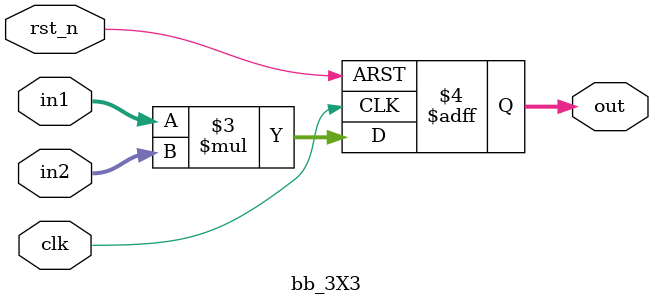
<source format=v>
module bb_3X3 (
  input clk,
  input rst_n,
  input [2:0] in1,
  input [2:0] in2,
  output [5:0] out
);

reg [5:0] out;
always @ (posedge clk or negedge rst_n) begin
  if (rst_n == 1'b0) begin
    out <= 6'b0;
  end else begin
    out <= in1 * in2;
  end
end

endmodule

</source>
